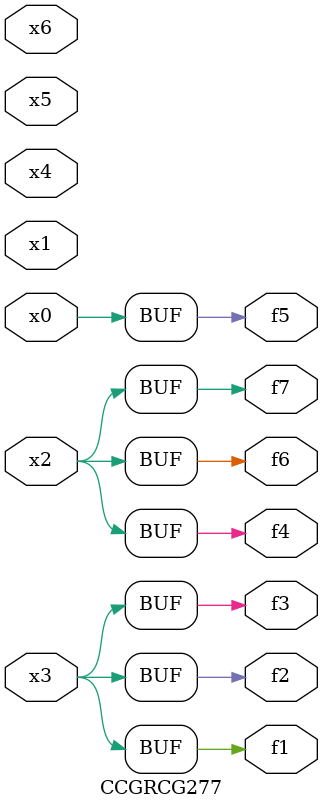
<source format=v>
module CCGRCG277(
	input x0, x1, x2, x3, x4, x5, x6,
	output f1, f2, f3, f4, f5, f6, f7
);
	assign f1 = x3;
	assign f2 = x3;
	assign f3 = x3;
	assign f4 = x2;
	assign f5 = x0;
	assign f6 = x2;
	assign f7 = x2;
endmodule

</source>
